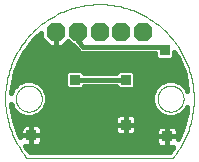
<source format=gbl>
G75*
%MOIN*%
%OFA0B0*%
%FSLAX25Y25*%
%IPPOS*%
%LPD*%
%AMOC8*
5,1,8,0,0,1.08239X$1,22.5*
%
%ADD10C,0.00000*%
%ADD11C,0.00300*%
%ADD12OC8,0.06300*%
%ADD13C,0.01600*%
%ADD14R,0.03562X0.03562*%
D10*
X0008237Y0001406D02*
X0057056Y0001406D01*
X0051937Y0021091D02*
X0051939Y0021222D01*
X0051945Y0021354D01*
X0051955Y0021485D01*
X0051969Y0021616D01*
X0051987Y0021746D01*
X0052009Y0021875D01*
X0052034Y0022004D01*
X0052064Y0022132D01*
X0052098Y0022259D01*
X0052135Y0022386D01*
X0052176Y0022510D01*
X0052221Y0022634D01*
X0052270Y0022756D01*
X0052322Y0022877D01*
X0052378Y0022995D01*
X0052438Y0023113D01*
X0052501Y0023228D01*
X0052568Y0023341D01*
X0052638Y0023453D01*
X0052711Y0023562D01*
X0052787Y0023668D01*
X0052867Y0023773D01*
X0052950Y0023875D01*
X0053036Y0023974D01*
X0053125Y0024071D01*
X0053217Y0024165D01*
X0053312Y0024256D01*
X0053409Y0024345D01*
X0053509Y0024430D01*
X0053612Y0024512D01*
X0053717Y0024591D01*
X0053824Y0024667D01*
X0053934Y0024739D01*
X0054046Y0024808D01*
X0054160Y0024874D01*
X0054275Y0024936D01*
X0054393Y0024995D01*
X0054512Y0025050D01*
X0054633Y0025102D01*
X0054756Y0025149D01*
X0054880Y0025193D01*
X0055005Y0025234D01*
X0055131Y0025270D01*
X0055259Y0025303D01*
X0055387Y0025331D01*
X0055516Y0025356D01*
X0055646Y0025377D01*
X0055776Y0025394D01*
X0055907Y0025407D01*
X0056038Y0025416D01*
X0056169Y0025421D01*
X0056301Y0025422D01*
X0056432Y0025419D01*
X0056564Y0025412D01*
X0056695Y0025401D01*
X0056825Y0025386D01*
X0056955Y0025367D01*
X0057085Y0025344D01*
X0057213Y0025318D01*
X0057341Y0025287D01*
X0057468Y0025252D01*
X0057594Y0025214D01*
X0057718Y0025172D01*
X0057842Y0025126D01*
X0057963Y0025076D01*
X0058083Y0025023D01*
X0058202Y0024966D01*
X0058319Y0024906D01*
X0058433Y0024842D01*
X0058546Y0024774D01*
X0058657Y0024703D01*
X0058766Y0024629D01*
X0058872Y0024552D01*
X0058976Y0024471D01*
X0059077Y0024388D01*
X0059176Y0024301D01*
X0059272Y0024211D01*
X0059365Y0024118D01*
X0059456Y0024023D01*
X0059543Y0023925D01*
X0059628Y0023824D01*
X0059709Y0023721D01*
X0059787Y0023615D01*
X0059862Y0023507D01*
X0059934Y0023397D01*
X0060002Y0023285D01*
X0060067Y0023171D01*
X0060128Y0023054D01*
X0060186Y0022936D01*
X0060240Y0022816D01*
X0060291Y0022695D01*
X0060338Y0022572D01*
X0060381Y0022448D01*
X0060420Y0022323D01*
X0060456Y0022196D01*
X0060487Y0022068D01*
X0060515Y0021940D01*
X0060539Y0021811D01*
X0060559Y0021681D01*
X0060575Y0021550D01*
X0060587Y0021419D01*
X0060595Y0021288D01*
X0060599Y0021157D01*
X0060599Y0021025D01*
X0060595Y0020894D01*
X0060587Y0020763D01*
X0060575Y0020632D01*
X0060559Y0020501D01*
X0060539Y0020371D01*
X0060515Y0020242D01*
X0060487Y0020114D01*
X0060456Y0019986D01*
X0060420Y0019859D01*
X0060381Y0019734D01*
X0060338Y0019610D01*
X0060291Y0019487D01*
X0060240Y0019366D01*
X0060186Y0019246D01*
X0060128Y0019128D01*
X0060067Y0019011D01*
X0060002Y0018897D01*
X0059934Y0018785D01*
X0059862Y0018675D01*
X0059787Y0018567D01*
X0059709Y0018461D01*
X0059628Y0018358D01*
X0059543Y0018257D01*
X0059456Y0018159D01*
X0059365Y0018064D01*
X0059272Y0017971D01*
X0059176Y0017881D01*
X0059077Y0017794D01*
X0058976Y0017711D01*
X0058872Y0017630D01*
X0058766Y0017553D01*
X0058657Y0017479D01*
X0058546Y0017408D01*
X0058434Y0017340D01*
X0058319Y0017276D01*
X0058202Y0017216D01*
X0058083Y0017159D01*
X0057963Y0017106D01*
X0057842Y0017056D01*
X0057718Y0017010D01*
X0057594Y0016968D01*
X0057468Y0016930D01*
X0057341Y0016895D01*
X0057213Y0016864D01*
X0057085Y0016838D01*
X0056955Y0016815D01*
X0056825Y0016796D01*
X0056695Y0016781D01*
X0056564Y0016770D01*
X0056432Y0016763D01*
X0056301Y0016760D01*
X0056169Y0016761D01*
X0056038Y0016766D01*
X0055907Y0016775D01*
X0055776Y0016788D01*
X0055646Y0016805D01*
X0055516Y0016826D01*
X0055387Y0016851D01*
X0055259Y0016879D01*
X0055131Y0016912D01*
X0055005Y0016948D01*
X0054880Y0016989D01*
X0054756Y0017033D01*
X0054633Y0017080D01*
X0054512Y0017132D01*
X0054393Y0017187D01*
X0054275Y0017246D01*
X0054160Y0017308D01*
X0054046Y0017374D01*
X0053934Y0017443D01*
X0053824Y0017515D01*
X0053717Y0017591D01*
X0053612Y0017670D01*
X0053509Y0017752D01*
X0053409Y0017837D01*
X0053312Y0017926D01*
X0053217Y0018017D01*
X0053125Y0018111D01*
X0053036Y0018208D01*
X0052950Y0018307D01*
X0052867Y0018409D01*
X0052787Y0018514D01*
X0052711Y0018620D01*
X0052638Y0018729D01*
X0052568Y0018841D01*
X0052501Y0018954D01*
X0052438Y0019069D01*
X0052378Y0019187D01*
X0052322Y0019305D01*
X0052270Y0019426D01*
X0052221Y0019548D01*
X0052176Y0019672D01*
X0052135Y0019796D01*
X0052098Y0019923D01*
X0052064Y0020050D01*
X0052034Y0020178D01*
X0052009Y0020307D01*
X0051987Y0020436D01*
X0051969Y0020566D01*
X0051955Y0020697D01*
X0051945Y0020828D01*
X0051939Y0020960D01*
X0051937Y0021091D01*
X0004693Y0021091D02*
X0004695Y0021222D01*
X0004701Y0021354D01*
X0004711Y0021485D01*
X0004725Y0021616D01*
X0004743Y0021746D01*
X0004765Y0021875D01*
X0004790Y0022004D01*
X0004820Y0022132D01*
X0004854Y0022259D01*
X0004891Y0022386D01*
X0004932Y0022510D01*
X0004977Y0022634D01*
X0005026Y0022756D01*
X0005078Y0022877D01*
X0005134Y0022995D01*
X0005194Y0023113D01*
X0005257Y0023228D01*
X0005324Y0023341D01*
X0005394Y0023453D01*
X0005467Y0023562D01*
X0005543Y0023668D01*
X0005623Y0023773D01*
X0005706Y0023875D01*
X0005792Y0023974D01*
X0005881Y0024071D01*
X0005973Y0024165D01*
X0006068Y0024256D01*
X0006165Y0024345D01*
X0006265Y0024430D01*
X0006368Y0024512D01*
X0006473Y0024591D01*
X0006580Y0024667D01*
X0006690Y0024739D01*
X0006802Y0024808D01*
X0006916Y0024874D01*
X0007031Y0024936D01*
X0007149Y0024995D01*
X0007268Y0025050D01*
X0007389Y0025102D01*
X0007512Y0025149D01*
X0007636Y0025193D01*
X0007761Y0025234D01*
X0007887Y0025270D01*
X0008015Y0025303D01*
X0008143Y0025331D01*
X0008272Y0025356D01*
X0008402Y0025377D01*
X0008532Y0025394D01*
X0008663Y0025407D01*
X0008794Y0025416D01*
X0008925Y0025421D01*
X0009057Y0025422D01*
X0009188Y0025419D01*
X0009320Y0025412D01*
X0009451Y0025401D01*
X0009581Y0025386D01*
X0009711Y0025367D01*
X0009841Y0025344D01*
X0009969Y0025318D01*
X0010097Y0025287D01*
X0010224Y0025252D01*
X0010350Y0025214D01*
X0010474Y0025172D01*
X0010598Y0025126D01*
X0010719Y0025076D01*
X0010839Y0025023D01*
X0010958Y0024966D01*
X0011075Y0024906D01*
X0011189Y0024842D01*
X0011302Y0024774D01*
X0011413Y0024703D01*
X0011522Y0024629D01*
X0011628Y0024552D01*
X0011732Y0024471D01*
X0011833Y0024388D01*
X0011932Y0024301D01*
X0012028Y0024211D01*
X0012121Y0024118D01*
X0012212Y0024023D01*
X0012299Y0023925D01*
X0012384Y0023824D01*
X0012465Y0023721D01*
X0012543Y0023615D01*
X0012618Y0023507D01*
X0012690Y0023397D01*
X0012758Y0023285D01*
X0012823Y0023171D01*
X0012884Y0023054D01*
X0012942Y0022936D01*
X0012996Y0022816D01*
X0013047Y0022695D01*
X0013094Y0022572D01*
X0013137Y0022448D01*
X0013176Y0022323D01*
X0013212Y0022196D01*
X0013243Y0022068D01*
X0013271Y0021940D01*
X0013295Y0021811D01*
X0013315Y0021681D01*
X0013331Y0021550D01*
X0013343Y0021419D01*
X0013351Y0021288D01*
X0013355Y0021157D01*
X0013355Y0021025D01*
X0013351Y0020894D01*
X0013343Y0020763D01*
X0013331Y0020632D01*
X0013315Y0020501D01*
X0013295Y0020371D01*
X0013271Y0020242D01*
X0013243Y0020114D01*
X0013212Y0019986D01*
X0013176Y0019859D01*
X0013137Y0019734D01*
X0013094Y0019610D01*
X0013047Y0019487D01*
X0012996Y0019366D01*
X0012942Y0019246D01*
X0012884Y0019128D01*
X0012823Y0019011D01*
X0012758Y0018897D01*
X0012690Y0018785D01*
X0012618Y0018675D01*
X0012543Y0018567D01*
X0012465Y0018461D01*
X0012384Y0018358D01*
X0012299Y0018257D01*
X0012212Y0018159D01*
X0012121Y0018064D01*
X0012028Y0017971D01*
X0011932Y0017881D01*
X0011833Y0017794D01*
X0011732Y0017711D01*
X0011628Y0017630D01*
X0011522Y0017553D01*
X0011413Y0017479D01*
X0011302Y0017408D01*
X0011190Y0017340D01*
X0011075Y0017276D01*
X0010958Y0017216D01*
X0010839Y0017159D01*
X0010719Y0017106D01*
X0010598Y0017056D01*
X0010474Y0017010D01*
X0010350Y0016968D01*
X0010224Y0016930D01*
X0010097Y0016895D01*
X0009969Y0016864D01*
X0009841Y0016838D01*
X0009711Y0016815D01*
X0009581Y0016796D01*
X0009451Y0016781D01*
X0009320Y0016770D01*
X0009188Y0016763D01*
X0009057Y0016760D01*
X0008925Y0016761D01*
X0008794Y0016766D01*
X0008663Y0016775D01*
X0008532Y0016788D01*
X0008402Y0016805D01*
X0008272Y0016826D01*
X0008143Y0016851D01*
X0008015Y0016879D01*
X0007887Y0016912D01*
X0007761Y0016948D01*
X0007636Y0016989D01*
X0007512Y0017033D01*
X0007389Y0017080D01*
X0007268Y0017132D01*
X0007149Y0017187D01*
X0007031Y0017246D01*
X0006916Y0017308D01*
X0006802Y0017374D01*
X0006690Y0017443D01*
X0006580Y0017515D01*
X0006473Y0017591D01*
X0006368Y0017670D01*
X0006265Y0017752D01*
X0006165Y0017837D01*
X0006068Y0017926D01*
X0005973Y0018017D01*
X0005881Y0018111D01*
X0005792Y0018208D01*
X0005706Y0018307D01*
X0005623Y0018409D01*
X0005543Y0018514D01*
X0005467Y0018620D01*
X0005394Y0018729D01*
X0005324Y0018841D01*
X0005257Y0018954D01*
X0005194Y0019069D01*
X0005134Y0019187D01*
X0005078Y0019305D01*
X0005026Y0019426D01*
X0004977Y0019548D01*
X0004932Y0019672D01*
X0004891Y0019796D01*
X0004854Y0019923D01*
X0004820Y0020050D01*
X0004790Y0020178D01*
X0004765Y0020307D01*
X0004743Y0020436D01*
X0004725Y0020566D01*
X0004711Y0020697D01*
X0004701Y0020828D01*
X0004695Y0020960D01*
X0004693Y0021091D01*
D11*
X0001150Y0021092D02*
X0001159Y0021861D01*
X0001187Y0022630D01*
X0001233Y0023398D01*
X0001298Y0024165D01*
X0001382Y0024930D01*
X0001485Y0025693D01*
X0001606Y0026453D01*
X0001746Y0027210D01*
X0001905Y0027963D01*
X0002082Y0028712D01*
X0002277Y0029456D01*
X0002490Y0030196D01*
X0002722Y0030930D01*
X0002971Y0031658D01*
X0003238Y0032380D01*
X0003522Y0033095D01*
X0003824Y0033802D01*
X0004144Y0034503D01*
X0004480Y0035195D01*
X0004833Y0035879D01*
X0005203Y0036554D01*
X0005589Y0037219D01*
X0005992Y0037875D01*
X0006410Y0038521D01*
X0006844Y0039157D01*
X0007293Y0039781D01*
X0007758Y0040395D01*
X0008238Y0040997D01*
X0008732Y0041587D01*
X0009240Y0042165D01*
X0009762Y0042730D01*
X0010299Y0043282D01*
X0010848Y0043821D01*
X0011410Y0044346D01*
X0011986Y0044857D01*
X0012573Y0045354D01*
X0013173Y0045837D01*
X0013784Y0046305D01*
X0014406Y0046757D01*
X0015040Y0047195D01*
X0015683Y0047616D01*
X0016337Y0048022D01*
X0017001Y0048412D01*
X0017674Y0048785D01*
X0018356Y0049141D01*
X0019047Y0049481D01*
X0019745Y0049804D01*
X0020451Y0050110D01*
X0021165Y0050398D01*
X0021885Y0050668D01*
X0022612Y0050921D01*
X0023345Y0051156D01*
X0024083Y0051374D01*
X0024827Y0051572D01*
X0025575Y0051753D01*
X0026327Y0051915D01*
X0027083Y0052059D01*
X0027843Y0052184D01*
X0028605Y0052291D01*
X0029369Y0052379D01*
X0030136Y0052448D01*
X0030904Y0052498D01*
X0031673Y0052530D01*
X0032442Y0052543D01*
X0033212Y0052537D01*
X0033981Y0052512D01*
X0034749Y0052468D01*
X0035516Y0052405D01*
X0036282Y0052324D01*
X0037045Y0052224D01*
X0037805Y0052105D01*
X0038562Y0051968D01*
X0039316Y0051812D01*
X0040066Y0051638D01*
X0040811Y0051445D01*
X0041551Y0051235D01*
X0042286Y0051006D01*
X0043015Y0050759D01*
X0043737Y0050495D01*
X0044453Y0050213D01*
X0045162Y0049913D01*
X0045864Y0049596D01*
X0046557Y0049262D01*
X0047242Y0048912D01*
X0047918Y0048544D01*
X0048585Y0048160D01*
X0049243Y0047760D01*
X0049890Y0047344D01*
X0050527Y0046912D01*
X0051153Y0046465D01*
X0051769Y0046003D01*
X0052372Y0045525D01*
X0052964Y0045033D01*
X0053544Y0044527D01*
X0054110Y0044006D01*
X0054665Y0043472D01*
X0055205Y0042925D01*
X0055733Y0042364D01*
X0056246Y0041791D01*
X0056745Y0041205D01*
X0057230Y0040607D01*
X0057700Y0039998D01*
X0058154Y0039377D01*
X0058594Y0038745D01*
X0059018Y0038103D01*
X0059426Y0037450D01*
X0059818Y0036788D01*
X0060193Y0036116D01*
X0060552Y0035435D01*
X0060894Y0034746D01*
X0061220Y0034049D01*
X0061528Y0033343D01*
X0061819Y0032631D01*
X0062092Y0031911D01*
X0062347Y0031185D01*
X0062585Y0030453D01*
X0062804Y0029716D01*
X0063006Y0028973D01*
X0063189Y0028226D01*
X0063354Y0027474D01*
X0063501Y0026718D01*
X0063629Y0025959D01*
X0063738Y0025198D01*
X0063828Y0024433D01*
X0063900Y0023667D01*
X0063953Y0022899D01*
X0063988Y0022131D01*
X0064003Y0021361D01*
X0064000Y0020592D01*
X0063977Y0019822D01*
X0063936Y0019054D01*
X0063876Y0018287D01*
X0063798Y0017521D01*
X0063700Y0016758D01*
X0063584Y0015997D01*
X0063450Y0015239D01*
X0063296Y0014485D01*
X0063125Y0013735D01*
X0062935Y0012989D01*
X0062727Y0012248D01*
X0062501Y0011512D01*
X0062257Y0010782D01*
X0061995Y0010059D01*
X0061715Y0009342D01*
X0061418Y0008632D01*
X0061104Y0007929D01*
X0060772Y0007235D01*
X0060424Y0006549D01*
X0060059Y0005871D01*
X0059677Y0005203D01*
X0059279Y0004544D01*
X0058866Y0003895D01*
X0058436Y0003256D01*
X0057991Y0002629D01*
X0057531Y0002012D01*
X0057055Y0001407D01*
X0008236Y0001406D02*
X0007762Y0002002D01*
X0007302Y0002609D01*
X0006856Y0003227D01*
X0006426Y0003856D01*
X0006011Y0004495D01*
X0005612Y0005143D01*
X0005229Y0005802D01*
X0004862Y0006469D01*
X0004511Y0007145D01*
X0004176Y0007829D01*
X0003858Y0008522D01*
X0003557Y0009221D01*
X0003273Y0009928D01*
X0003007Y0010642D01*
X0002757Y0011362D01*
X0002526Y0012087D01*
X0002312Y0012818D01*
X0002115Y0013554D01*
X0001937Y0014295D01*
X0001776Y0015039D01*
X0001634Y0015788D01*
X0001510Y0016539D01*
X0001404Y0017293D01*
X0001316Y0018050D01*
X0001247Y0018809D01*
X0001196Y0019569D01*
X0001164Y0020330D01*
X0001150Y0021091D01*
D12*
X0018040Y0043335D03*
X0025363Y0043375D03*
X0032685Y0043335D03*
X0039851Y0043335D03*
X0047056Y0043375D03*
D13*
X0053119Y0038414D02*
X0054300Y0037233D01*
X0053119Y0038414D02*
X0027134Y0038414D01*
X0025363Y0040186D01*
X0025363Y0043375D01*
X0022004Y0040299D02*
X0023478Y0038825D01*
X0023612Y0038825D01*
X0024934Y0037503D01*
X0026223Y0036214D01*
X0051119Y0036214D01*
X0051119Y0034872D01*
X0051939Y0034052D01*
X0056661Y0034052D01*
X0057481Y0034872D01*
X0057481Y0036616D01*
X0058594Y0034973D01*
X0060929Y0029182D01*
X0061914Y0023482D01*
X0061465Y0024564D01*
X0059741Y0026289D01*
X0057488Y0027222D01*
X0055049Y0027222D01*
X0052795Y0026289D01*
X0051071Y0024564D01*
X0050137Y0022311D01*
X0050137Y0019872D01*
X0051071Y0017619D01*
X0052795Y0015894D01*
X0055049Y0014961D01*
X0057488Y0014961D01*
X0059741Y0015894D01*
X0061465Y0017619D01*
X0061803Y0018432D01*
X0061735Y0016790D01*
X0060169Y0010745D01*
X0058668Y0007757D01*
X0058668Y0008493D01*
X0058668Y0010511D01*
X0058545Y0010969D01*
X0058308Y0011379D01*
X0057973Y0011714D01*
X0057563Y0011951D01*
X0057105Y0012074D01*
X0055087Y0012074D01*
X0053069Y0012074D01*
X0052611Y0011951D01*
X0052201Y0011714D01*
X0051866Y0011379D01*
X0051629Y0010969D01*
X0051506Y0010511D01*
X0051506Y0008493D01*
X0055087Y0008493D01*
X0055087Y0012074D01*
X0055087Y0008493D01*
X0055087Y0008493D01*
X0055087Y0008887D01*
X0055087Y0008493D02*
X0058668Y0008493D01*
X0055087Y0008493D01*
X0055087Y0008493D01*
X0055087Y0008493D01*
X0051506Y0008493D01*
X0051506Y0006475D01*
X0051629Y0006017D01*
X0051866Y0005607D01*
X0052201Y0005271D01*
X0052611Y0005034D01*
X0053069Y0004912D01*
X0055087Y0004912D01*
X0057105Y0004912D01*
X0057202Y0004938D01*
X0055953Y0003206D01*
X0009323Y0003206D01*
X0008249Y0004641D01*
X0007873Y0005306D01*
X0009811Y0005306D01*
X0009811Y0008886D01*
X0009811Y0008886D01*
X0009811Y0008887D02*
X0006230Y0008887D01*
X0009811Y0008887D01*
X0009811Y0008887D01*
X0009811Y0012468D01*
X0007793Y0012468D01*
X0007336Y0012345D01*
X0006925Y0012108D01*
X0006590Y0011773D01*
X0006353Y0011362D01*
X0006230Y0010905D01*
X0006230Y0008887D01*
X0006230Y0008206D01*
X0005788Y0008988D01*
X0004096Y0013688D01*
X0003222Y0018607D01*
X0003195Y0019143D01*
X0003827Y0017619D01*
X0005551Y0015894D01*
X0007805Y0014961D01*
X0010243Y0014961D01*
X0012497Y0015894D01*
X0014221Y0017619D01*
X0015155Y0019872D01*
X0015155Y0022311D01*
X0014221Y0024564D01*
X0012497Y0026289D01*
X0010243Y0027222D01*
X0007805Y0027222D01*
X0005551Y0026289D01*
X0003827Y0024564D01*
X0003203Y0023058D01*
X0003263Y0024215D01*
X0004574Y0030320D01*
X0007141Y0036013D01*
X0010850Y0041036D01*
X0013090Y0043011D01*
X0013090Y0041285D01*
X0015989Y0038385D01*
X0018040Y0038385D01*
X0020090Y0038385D01*
X0022004Y0040299D01*
X0022532Y0039771D02*
X0021475Y0039771D01*
X0024265Y0038172D02*
X0008735Y0038172D01*
X0007555Y0036574D02*
X0025864Y0036574D01*
X0018040Y0038385D02*
X0018040Y0043335D01*
X0018040Y0043335D01*
X0018040Y0038385D01*
X0018040Y0039771D02*
X0018040Y0039771D01*
X0018040Y0041369D02*
X0018040Y0041369D01*
X0018040Y0042968D02*
X0018040Y0042968D01*
X0014604Y0039771D02*
X0009916Y0039771D01*
X0011227Y0041369D02*
X0013090Y0041369D01*
X0013040Y0042968D02*
X0013090Y0042968D01*
X0006673Y0034975D02*
X0051119Y0034975D01*
X0057481Y0034975D02*
X0058592Y0034975D01*
X0059237Y0033377D02*
X0005952Y0033377D01*
X0005231Y0031778D02*
X0059882Y0031778D01*
X0060527Y0030180D02*
X0044061Y0030180D01*
X0043668Y0030572D02*
X0038946Y0030572D01*
X0038126Y0029752D01*
X0038126Y0029591D01*
X0027559Y0029591D01*
X0027559Y0029752D01*
X0026739Y0030572D01*
X0022017Y0030572D01*
X0021197Y0029752D01*
X0021197Y0025030D01*
X0022017Y0024209D01*
X0026739Y0024209D01*
X0027559Y0025030D01*
X0027559Y0025191D01*
X0038126Y0025191D01*
X0038126Y0025030D01*
X0038946Y0024209D01*
X0043668Y0024209D01*
X0044489Y0025030D01*
X0044489Y0029752D01*
X0043668Y0030572D01*
X0044489Y0028581D02*
X0061033Y0028581D01*
X0061309Y0026982D02*
X0058066Y0026982D01*
X0060646Y0025384D02*
X0061585Y0025384D01*
X0061788Y0023785D02*
X0061861Y0023785D01*
X0054470Y0026982D02*
X0044489Y0026982D01*
X0044489Y0025384D02*
X0051891Y0025384D01*
X0050748Y0023785D02*
X0014544Y0023785D01*
X0015155Y0022187D02*
X0050137Y0022187D01*
X0050137Y0020588D02*
X0015155Y0020588D01*
X0014789Y0018990D02*
X0050503Y0018990D01*
X0051298Y0017391D02*
X0013994Y0017391D01*
X0012253Y0015793D02*
X0038666Y0015793D01*
X0038832Y0015888D02*
X0038421Y0015651D01*
X0038086Y0015316D01*
X0037849Y0014906D01*
X0037726Y0014448D01*
X0037726Y0012430D01*
X0041307Y0012430D01*
X0041307Y0012430D01*
X0037726Y0012430D01*
X0037726Y0010412D01*
X0037849Y0009954D01*
X0038086Y0009544D01*
X0038421Y0009208D01*
X0038832Y0008971D01*
X0039289Y0008849D01*
X0041307Y0008849D01*
X0041307Y0012430D01*
X0041307Y0016011D01*
X0039289Y0016011D01*
X0038832Y0015888D01*
X0037726Y0014194D02*
X0004006Y0014194D01*
X0003722Y0015793D02*
X0005795Y0015793D01*
X0004054Y0017391D02*
X0003437Y0017391D01*
X0003259Y0018990D02*
X0003203Y0018990D01*
X0003241Y0023785D02*
X0003504Y0023785D01*
X0003514Y0025384D02*
X0004647Y0025384D01*
X0003857Y0026982D02*
X0007226Y0026982D01*
X0004201Y0028581D02*
X0021197Y0028581D01*
X0021197Y0026982D02*
X0010822Y0026982D01*
X0013402Y0025384D02*
X0021197Y0025384D01*
X0024378Y0027391D02*
X0041307Y0027391D01*
X0038554Y0030180D02*
X0027131Y0030180D01*
X0021625Y0030180D02*
X0004544Y0030180D01*
X0004489Y0012596D02*
X0037726Y0012596D01*
X0037726Y0010997D02*
X0013368Y0010997D01*
X0013393Y0010905D02*
X0013270Y0011362D01*
X0013033Y0011773D01*
X0012698Y0012108D01*
X0012287Y0012345D01*
X0011829Y0012468D01*
X0009811Y0012468D01*
X0009811Y0008887D01*
X0009811Y0008887D01*
X0009811Y0007706D01*
X0009811Y0007800D02*
X0009811Y0007800D01*
X0009811Y0008886D02*
X0009811Y0005306D01*
X0011829Y0005306D01*
X0012287Y0005428D01*
X0012698Y0005665D01*
X0013033Y0006000D01*
X0013270Y0006411D01*
X0013393Y0006869D01*
X0013393Y0008887D01*
X0013393Y0010905D01*
X0013393Y0009399D02*
X0038231Y0009399D01*
X0041307Y0009399D02*
X0041308Y0009399D01*
X0041308Y0008849D02*
X0043326Y0008849D01*
X0043783Y0008971D01*
X0044194Y0009208D01*
X0044529Y0009544D01*
X0044766Y0009954D01*
X0044889Y0010412D01*
X0044889Y0012430D01*
X0044889Y0014448D01*
X0044766Y0014906D01*
X0044529Y0015316D01*
X0044194Y0015651D01*
X0043783Y0015888D01*
X0043326Y0016011D01*
X0041308Y0016011D01*
X0041308Y0012430D01*
X0044889Y0012430D01*
X0041308Y0012430D01*
X0041308Y0012430D01*
X0041307Y0012430D01*
X0041308Y0012430D01*
X0041308Y0008849D01*
X0041307Y0010997D02*
X0041308Y0010997D01*
X0041307Y0012036D02*
X0041307Y0012430D01*
X0041307Y0012596D02*
X0041308Y0012596D01*
X0041307Y0014194D02*
X0041308Y0014194D01*
X0041307Y0015793D02*
X0041308Y0015793D01*
X0043949Y0015793D02*
X0053039Y0015793D01*
X0059497Y0015793D02*
X0061477Y0015793D01*
X0061238Y0017391D02*
X0061760Y0017391D01*
X0061063Y0014194D02*
X0044889Y0014194D01*
X0044889Y0012596D02*
X0060649Y0012596D01*
X0060235Y0010997D02*
X0058529Y0010997D01*
X0058668Y0009399D02*
X0059493Y0009399D01*
X0058690Y0007800D02*
X0058668Y0007800D01*
X0055087Y0007800D02*
X0055087Y0007800D01*
X0055087Y0008493D02*
X0055087Y0004912D01*
X0055087Y0008493D01*
X0055087Y0008493D01*
X0055087Y0009399D02*
X0055087Y0009399D01*
X0055087Y0010997D02*
X0055087Y0010997D01*
X0051645Y0010997D02*
X0044889Y0010997D01*
X0044384Y0009399D02*
X0051506Y0009399D01*
X0051506Y0007800D02*
X0013393Y0007800D01*
X0013393Y0008887D02*
X0009812Y0008887D01*
X0013393Y0008887D01*
X0013149Y0006202D02*
X0051579Y0006202D01*
X0055087Y0006202D02*
X0055087Y0006202D01*
X0056960Y0004603D02*
X0008277Y0004603D01*
X0009811Y0006202D02*
X0009811Y0006202D01*
X0009812Y0008887D02*
X0009812Y0008887D01*
X0009811Y0009399D02*
X0009811Y0009399D01*
X0009811Y0010997D02*
X0009811Y0010997D01*
X0006255Y0010997D02*
X0005064Y0010997D01*
X0005640Y0009399D02*
X0006230Y0009399D01*
X0057481Y0036574D02*
X0057509Y0036574D01*
D14*
X0054300Y0037233D03*
X0041307Y0027391D03*
X0024378Y0027391D03*
X0041307Y0012430D03*
X0055087Y0008493D03*
X0009811Y0008887D03*
M02*

</source>
